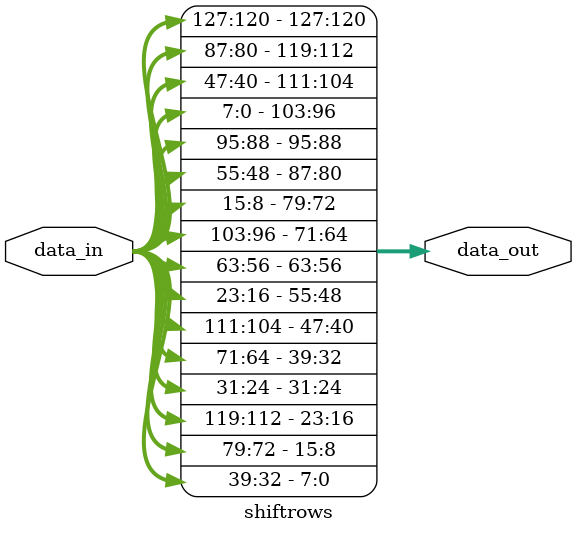
<source format=v>
module shiftrows(data_in,data_out);
	 input [127:0]data_in;
	 output [127:0]data_out;
	 
	
  assign data_out[127:120]=data_in[127:120];
  assign data_out[119:112]=data_in[87:80];
  assign data_out[111:104]=data_in[47:40];
  assign data_out[103:96]= data_in[7:0];
	 
	 
  assign data_out[95:88]=data_in[95:88];
  assign data_out[87:80]=data_in[55:48];
  assign data_out[79:72]=data_in[15:8];
  assign data_out[71:64]=data_in[103:96];
	 
  assign data_out[63:56]=data_in[63:56];
  assign data_out[55:48]=data_in[23:16];
  assign data_out[47:40]=data_in[111:104];
  assign data_out[39:32]=data_in[71:64];
	 
  assign data_out[31:24]=data_in[31:24];
  assign data_out[23:16]=data_in[119:112];
  assign data_out[15:8]= data_in[79:72];
  assign data_out[7:0]=data_in[39:32];

endmodule
</source>
